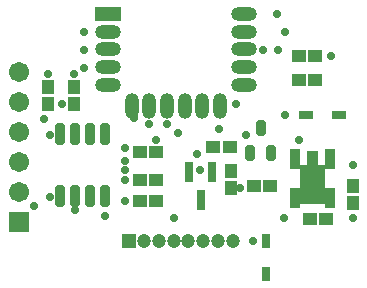
<source format=gts>
%FSLAX25Y25*%
%MOIN*%
G70*
G01*
G75*
G04 Layer_Color=8388736*
%ADD10R,0.04134X0.02362*%
%ADD11R,0.03937X0.03150*%
%ADD12R,0.00394X0.00394*%
%ADD13O,0.07874X0.03937*%
%ADD14C,0.06000*%
%ADD15R,0.02677X0.05906*%
G04:AMPARAMS|DCode=16|XSize=65.35mil|YSize=23.23mil|CornerRadius=2.9mil|HoleSize=0mil|Usage=FLASHONLY|Rotation=270.000|XOffset=0mil|YOffset=0mil|HoleType=Round|Shape=RoundedRectangle|*
%AMROUNDEDRECTD16*
21,1,0.06535,0.01742,0,0,270.0*
21,1,0.05955,0.02323,0,0,270.0*
1,1,0.00581,-0.00871,-0.02977*
1,1,0.00581,-0.00871,0.02977*
1,1,0.00581,0.00871,0.02977*
1,1,0.00581,0.00871,-0.02977*
%
%ADD16ROUNDEDRECTD16*%
%ADD17R,0.03150X0.03937*%
%ADD18O,0.03937X0.07874*%
%ADD19R,0.07874X0.03937*%
G04:AMPARAMS|DCode=20|XSize=42.91mil|YSize=24.02mil|CornerRadius=3mil|HoleSize=0mil|Usage=FLASHONLY|Rotation=90.000|XOffset=0mil|YOffset=0mil|HoleType=Round|Shape=RoundedRectangle|*
%AMROUNDEDRECTD20*
21,1,0.04291,0.01801,0,0,90.0*
21,1,0.03691,0.02402,0,0,90.0*
1,1,0.00600,0.00901,0.01846*
1,1,0.00600,0.00901,-0.01846*
1,1,0.00600,-0.00901,-0.01846*
1,1,0.00600,-0.00901,0.01846*
%
%ADD20ROUNDEDRECTD20*%
%ADD21R,0.02362X0.04134*%
%ADD22R,0.02362X0.05709*%
%ADD23C,0.01000*%
%ADD24C,0.01181*%
%ADD25R,0.02000X0.02850*%
%ADD26R,0.01575X0.03347*%
%ADD27R,0.03937X0.10925*%
%ADD28R,0.08858X0.22736*%
%ADD29R,0.05610X0.12492*%
%ADD30R,0.02661X0.06709*%
%ADD31R,0.04035X0.08366*%
%ADD32R,0.04921X0.05512*%
%ADD33R,0.07480X0.04331*%
%ADD34R,0.04169X0.07087*%
%ADD35R,0.07501X0.26028*%
%ADD36C,0.03937*%
%ADD37R,0.03937X0.03937*%
%ADD38C,0.05906*%
%ADD39R,0.05906X0.05906*%
%ADD40C,0.01969*%
%ADD41R,0.03625X0.05150*%
%ADD42R,0.06594X0.06693*%
%ADD43C,0.00787*%
%ADD44C,0.00984*%
%ADD45C,0.00500*%
%ADD46C,0.00800*%
%ADD47R,0.04934X0.03162*%
%ADD48R,0.04737X0.03950*%
%ADD49O,0.08674X0.04737*%
%ADD50C,0.06800*%
%ADD51R,0.03477X0.06706*%
G04:AMPARAMS|DCode=52|XSize=73.35mil|YSize=31.23mil|CornerRadius=6.9mil|HoleSize=0mil|Usage=FLASHONLY|Rotation=270.000|XOffset=0mil|YOffset=0mil|HoleType=Round|Shape=RoundedRectangle|*
%AMROUNDEDRECTD52*
21,1,0.07335,0.01742,0,0,270.0*
21,1,0.05955,0.03123,0,0,270.0*
1,1,0.01381,-0.00871,-0.02977*
1,1,0.01381,-0.00871,0.02977*
1,1,0.01381,0.00871,0.02977*
1,1,0.01381,0.00871,-0.02977*
%
%ADD52ROUNDEDRECTD52*%
%ADD53R,0.03950X0.04737*%
%ADD54O,0.04737X0.08674*%
%ADD55R,0.08674X0.04737*%
G04:AMPARAMS|DCode=56|XSize=50.91mil|YSize=32.02mil|CornerRadius=7mil|HoleSize=0mil|Usage=FLASHONLY|Rotation=90.000|XOffset=0mil|YOffset=0mil|HoleType=Round|Shape=RoundedRectangle|*
%AMROUNDEDRECTD56*
21,1,0.05091,0.01801,0,0,90.0*
21,1,0.03691,0.03202,0,0,90.0*
1,1,0.01400,0.00901,0.01846*
1,1,0.01400,0.00901,-0.01846*
1,1,0.01400,-0.00901,-0.01846*
1,1,0.01400,-0.00901,0.01846*
%
%ADD56ROUNDEDRECTD56*%
%ADD57R,0.03162X0.04934*%
%ADD58R,0.03162X0.06509*%
%ADD59C,0.04737*%
%ADD60R,0.04737X0.04737*%
%ADD61C,0.06706*%
%ADD62R,0.06706X0.06706*%
%ADD63C,0.02769*%
G36*
X105787Y43953D02*
X108248D01*
Y31157D01*
X99862D01*
Y43953D01*
X102323D01*
Y48677D01*
X105787D01*
Y43953D01*
D02*
G37*
G54D12*
X81193Y70740D02*
D03*
G54D47*
X101965Y60579D02*
D03*
X112988D02*
D03*
G54D48*
X84555Y37020D02*
D03*
X90055D02*
D03*
X76555Y49925D02*
D03*
X71055D02*
D03*
X99555Y80425D02*
D03*
X105055D02*
D03*
Y72425D02*
D03*
X99555D02*
D03*
X46555Y38925D02*
D03*
X52055D02*
D03*
X46555Y31925D02*
D03*
X52055D02*
D03*
X46555Y48425D02*
D03*
X52055D02*
D03*
X103260Y25984D02*
D03*
X108760D02*
D03*
G54D49*
X81193Y70740D02*
D03*
Y76646D02*
D03*
Y82551D02*
D03*
Y88457D02*
D03*
Y94362D02*
D03*
X35917Y70740D02*
D03*
Y76646D02*
D03*
Y82551D02*
D03*
Y88457D02*
D03*
G54D50*
X104055Y38244D02*
D03*
G54D51*
X109961Y45921D02*
D03*
X98150D02*
D03*
Y32929D02*
D03*
X109961D02*
D03*
G54D52*
X35055Y54260D02*
D03*
X30055D02*
D03*
X25055D02*
D03*
X20055D02*
D03*
Y33591D02*
D03*
X25055D02*
D03*
X30055D02*
D03*
X35055D02*
D03*
G54D53*
X24555Y69925D02*
D03*
Y64425D02*
D03*
X117555Y36925D02*
D03*
Y31425D02*
D03*
X16055Y69925D02*
D03*
Y64425D02*
D03*
X77055Y41925D02*
D03*
Y36425D02*
D03*
G54D54*
X73319Y63850D02*
D03*
X67413D02*
D03*
X61508D02*
D03*
X55602D02*
D03*
X49697D02*
D03*
X43791D02*
D03*
G54D55*
X35917Y94362D02*
D03*
G54D56*
X86799Y56315D02*
D03*
X90402Y47890D02*
D03*
X83197D02*
D03*
G54D57*
X88437Y7772D02*
D03*
Y18795D02*
D03*
G54D58*
X66823Y32457D02*
D03*
X63083Y41709D02*
D03*
X70563D02*
D03*
G54D59*
X77461Y18799D02*
D03*
X67618D02*
D03*
X72539D02*
D03*
X57776D02*
D03*
X62697D02*
D03*
X47933D02*
D03*
X52854D02*
D03*
G54D60*
X43012D02*
D03*
G54D61*
X6201Y75098D02*
D03*
Y65098D02*
D03*
Y55098D02*
D03*
Y45098D02*
D03*
Y35098D02*
D03*
G54D62*
Y25098D02*
D03*
G54D63*
X49669Y57823D02*
D03*
X55673D02*
D03*
X41555Y49654D02*
D03*
X14429Y59299D02*
D03*
X59315Y54772D02*
D03*
X94555Y26425D02*
D03*
X117555Y43925D02*
D03*
X41555Y38925D02*
D03*
Y31925D02*
D03*
Y45425D02*
D03*
Y42425D02*
D03*
X25055Y28925D02*
D03*
X20555Y64425D02*
D03*
X24555Y74425D02*
D03*
X28055Y76425D02*
D03*
Y82425D02*
D03*
Y88425D02*
D03*
X16055Y74425D02*
D03*
X52055Y52425D02*
D03*
X73055Y55925D02*
D03*
X66555Y42425D02*
D03*
X82055Y53925D02*
D03*
X117555Y26425D02*
D03*
X99555Y52425D02*
D03*
X80055Y36425D02*
D03*
X78555Y64425D02*
D03*
X16555Y33425D02*
D03*
Y53925D02*
D03*
X35055Y26925D02*
D03*
X95043Y60579D02*
D03*
X65453Y47736D02*
D03*
X57874Y26476D02*
D03*
X92512Y82480D02*
D03*
X94882Y88287D02*
D03*
X92126Y94291D02*
D03*
X87500Y82480D02*
D03*
X11122Y30512D02*
D03*
X84350Y18799D02*
D03*
X110236Y80315D02*
D03*
X104035Y39370D02*
D03*
X44488Y59646D02*
D03*
M02*

</source>
